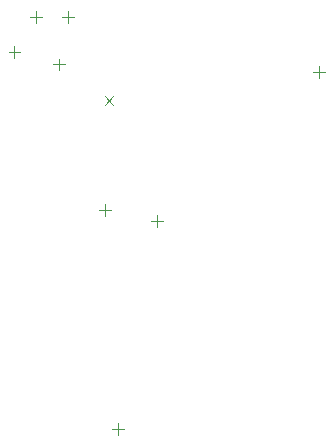
<source format=gbr>
%TF.GenerationSoftware,Altium Limited,Altium Designer,22.9.1 (49)*%
G04 Layer_Color=0*
%FSLAX45Y45*%
%MOMM*%
%TF.SameCoordinates,682DF52B-C038-4893-B781-CD12F227844D*%
%TF.FilePolarity,Positive*%
%TF.FileFunction,Other,Top_Component_Center*%
%TF.Part,Single*%
G01*
G75*
%TA.AperFunction,NonConductor*%
%ADD66C,0.10000*%
D66*
X2500000Y1650000D02*
Y1750000D01*
X2450000Y1700000D02*
X2550000D01*
X4150000Y4720000D02*
X4250000D01*
X4200000Y4670000D02*
Y4770000D01*
X2384645Y4515355D02*
X2455355Y4444645D01*
X2384645D02*
X2455355Y4515355D01*
X2020000Y5190000D02*
X2120000D01*
X2070000Y5140000D02*
Y5240000D01*
X1750000Y5190000D02*
X1850000D01*
X1800000Y5140000D02*
Y5240000D01*
X1570000Y4890000D02*
X1670000D01*
X1620000Y4840000D02*
Y4940000D01*
X2000125Y4735000D02*
Y4835000D01*
X1950125Y4785000D02*
X2050125D01*
X2390000Y3500000D02*
Y3600000D01*
X2340000Y3550000D02*
X2440000D01*
X2830000Y3410000D02*
Y3510000D01*
X2780000Y3460000D02*
X2880000D01*
%TF.MD5,d1abf84dd1287fd3b31af1997504154c*%
M02*

</source>
